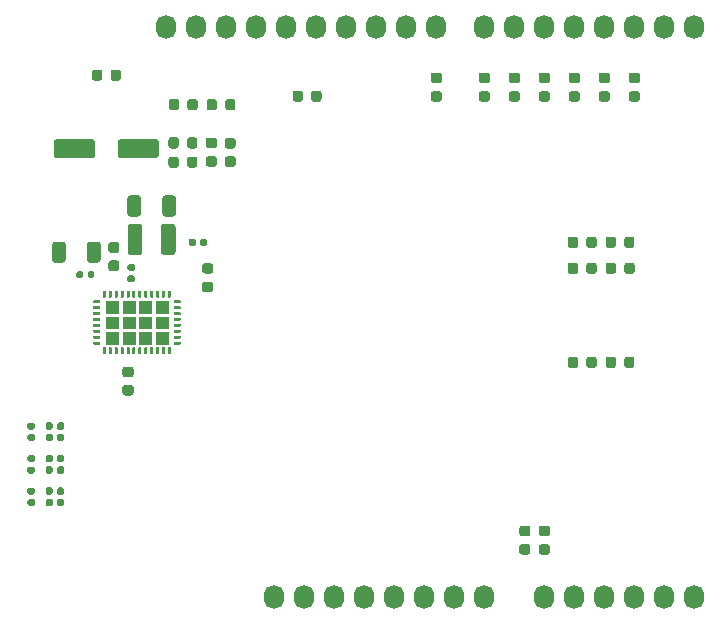
<source format=gbr>
%TF.GenerationSoftware,KiCad,Pcbnew,(5.1.9)-1*%
%TF.CreationDate,2021-05-10T14:35:49+02:00*%
%TF.ProjectId,Driverino-Shield,44726976-6572-4696-9e6f-2d536869656c,rev?*%
%TF.SameCoordinates,Original*%
%TF.FileFunction,Paste,Top*%
%TF.FilePolarity,Positive*%
%FSLAX46Y46*%
G04 Gerber Fmt 4.6, Leading zero omitted, Abs format (unit mm)*
G04 Created by KiCad (PCBNEW (5.1.9)-1) date 2021-05-10 14:35:49*
%MOMM*%
%LPD*%
G01*
G04 APERTURE LIST*
%ADD10C,0.100000*%
%ADD11O,1.727200X2.032000*%
G04 APERTURE END LIST*
D10*
%TO.C,U1*%
G36*
X124698000Y-101065000D02*
G01*
X124698000Y-100065000D01*
X125698000Y-100065000D01*
X125698000Y-101065000D01*
X124698000Y-101065000D01*
G37*
X124698000Y-101065000D02*
X124698000Y-100065000D01*
X125698000Y-100065000D01*
X125698000Y-101065000D01*
X124698000Y-101065000D01*
G36*
X124698000Y-99765000D02*
G01*
X124698000Y-98765000D01*
X125698000Y-98765000D01*
X125698000Y-99765000D01*
X124698000Y-99765000D01*
G37*
X124698000Y-99765000D02*
X124698000Y-98765000D01*
X125698000Y-98765000D01*
X125698000Y-99765000D01*
X124698000Y-99765000D01*
G36*
X124698000Y-102365000D02*
G01*
X124698000Y-101365000D01*
X125698000Y-101365000D01*
X125698000Y-102365000D01*
X124698000Y-102365000D01*
G37*
X124698000Y-102365000D02*
X124698000Y-101365000D01*
X125698000Y-101365000D01*
X125698000Y-102365000D01*
X124698000Y-102365000D01*
G36*
X126098000Y-99765000D02*
G01*
X126098000Y-98765000D01*
X127098000Y-98765000D01*
X127098000Y-99765000D01*
X126098000Y-99765000D01*
G37*
X126098000Y-99765000D02*
X126098000Y-98765000D01*
X127098000Y-98765000D01*
X127098000Y-99765000D01*
X126098000Y-99765000D01*
G36*
X126098000Y-101065000D02*
G01*
X126098000Y-100065000D01*
X127098000Y-100065000D01*
X127098000Y-101065000D01*
X126098000Y-101065000D01*
G37*
X126098000Y-101065000D02*
X126098000Y-100065000D01*
X127098000Y-100065000D01*
X127098000Y-101065000D01*
X126098000Y-101065000D01*
G36*
X126098000Y-102365000D02*
G01*
X126098000Y-101365000D01*
X127098000Y-101365000D01*
X127098000Y-102365000D01*
X126098000Y-102365000D01*
G37*
X126098000Y-102365000D02*
X126098000Y-101365000D01*
X127098000Y-101365000D01*
X127098000Y-102365000D01*
X126098000Y-102365000D01*
G36*
X127498000Y-99765000D02*
G01*
X127498000Y-98765000D01*
X128498000Y-98765000D01*
X128498000Y-99765000D01*
X127498000Y-99765000D01*
G37*
X127498000Y-99765000D02*
X127498000Y-98765000D01*
X128498000Y-98765000D01*
X128498000Y-99765000D01*
X127498000Y-99765000D01*
G36*
X127498000Y-101065000D02*
G01*
X127498000Y-100065000D01*
X128498000Y-100065000D01*
X128498000Y-101065000D01*
X127498000Y-101065000D01*
G37*
X127498000Y-101065000D02*
X127498000Y-100065000D01*
X128498000Y-100065000D01*
X128498000Y-101065000D01*
X127498000Y-101065000D01*
G36*
X127498000Y-102365000D02*
G01*
X127498000Y-101365000D01*
X128498000Y-101365000D01*
X128498000Y-102365000D01*
X127498000Y-102365000D01*
G37*
X127498000Y-102365000D02*
X127498000Y-101365000D01*
X128498000Y-101365000D01*
X128498000Y-102365000D01*
X127498000Y-102365000D01*
G36*
X128898000Y-102365000D02*
G01*
X128898000Y-101365000D01*
X129898000Y-101365000D01*
X129898000Y-102365000D01*
X128898000Y-102365000D01*
G37*
X128898000Y-102365000D02*
X128898000Y-101365000D01*
X129898000Y-101365000D01*
X129898000Y-102365000D01*
X128898000Y-102365000D01*
G36*
X128898000Y-99765000D02*
G01*
X128898000Y-98765000D01*
X129898000Y-98765000D01*
X129898000Y-99765000D01*
X128898000Y-99765000D01*
G37*
X128898000Y-99765000D02*
X128898000Y-98765000D01*
X129898000Y-98765000D01*
X129898000Y-99765000D01*
X128898000Y-99765000D01*
G36*
X128898000Y-101065000D02*
G01*
X128898000Y-100065000D01*
X129898000Y-100065000D01*
X129898000Y-101065000D01*
X128898000Y-101065000D01*
G37*
X128898000Y-101065000D02*
X128898000Y-100065000D01*
X129898000Y-100065000D01*
X129898000Y-101065000D01*
X128898000Y-101065000D01*
%TD*%
%TO.C,F1*%
G36*
G01*
X133241000Y-93614500D02*
X133241000Y-93959500D01*
G75*
G02*
X133093500Y-94107000I-147500J0D01*
G01*
X132798500Y-94107000D01*
G75*
G02*
X132651000Y-93959500I0J147500D01*
G01*
X132651000Y-93614500D01*
G75*
G02*
X132798500Y-93467000I147500J0D01*
G01*
X133093500Y-93467000D01*
G75*
G02*
X133241000Y-93614500I0J-147500D01*
G01*
G37*
G36*
G01*
X132271000Y-93614500D02*
X132271000Y-93959500D01*
G75*
G02*
X132123500Y-94107000I-147500J0D01*
G01*
X131828500Y-94107000D01*
G75*
G02*
X131681000Y-93959500I0J147500D01*
G01*
X131681000Y-93614500D01*
G75*
G02*
X131828500Y-93467000I147500J0D01*
G01*
X132123500Y-93467000D01*
G75*
G02*
X132271000Y-93614500I0J-147500D01*
G01*
G37*
%TD*%
%TO.C,R23*%
G36*
G01*
X120537500Y-115988500D02*
X120537500Y-115643500D01*
G75*
G02*
X120685000Y-115496000I147500J0D01*
G01*
X120980000Y-115496000D01*
G75*
G02*
X121127500Y-115643500I0J-147500D01*
G01*
X121127500Y-115988500D01*
G75*
G02*
X120980000Y-116136000I-147500J0D01*
G01*
X120685000Y-116136000D01*
G75*
G02*
X120537500Y-115988500I0J147500D01*
G01*
G37*
G36*
G01*
X119567500Y-115988500D02*
X119567500Y-115643500D01*
G75*
G02*
X119715000Y-115496000I147500J0D01*
G01*
X120010000Y-115496000D01*
G75*
G02*
X120157500Y-115643500I0J-147500D01*
G01*
X120157500Y-115988500D01*
G75*
G02*
X120010000Y-116136000I-147500J0D01*
G01*
X119715000Y-116136000D01*
G75*
G02*
X119567500Y-115988500I0J147500D01*
G01*
G37*
%TD*%
%TO.C,R22*%
G36*
G01*
X120537500Y-115018500D02*
X120537500Y-114673500D01*
G75*
G02*
X120685000Y-114526000I147500J0D01*
G01*
X120980000Y-114526000D01*
G75*
G02*
X121127500Y-114673500I0J-147500D01*
G01*
X121127500Y-115018500D01*
G75*
G02*
X120980000Y-115166000I-147500J0D01*
G01*
X120685000Y-115166000D01*
G75*
G02*
X120537500Y-115018500I0J147500D01*
G01*
G37*
G36*
G01*
X119567500Y-115018500D02*
X119567500Y-114673500D01*
G75*
G02*
X119715000Y-114526000I147500J0D01*
G01*
X120010000Y-114526000D01*
G75*
G02*
X120157500Y-114673500I0J-147500D01*
G01*
X120157500Y-115018500D01*
G75*
G02*
X120010000Y-115166000I-147500J0D01*
G01*
X119715000Y-115166000D01*
G75*
G02*
X119567500Y-115018500I0J147500D01*
G01*
G37*
%TD*%
%TO.C,U1*%
G36*
G01*
X129923000Y-98415000D02*
X129923000Y-97915000D01*
G75*
G02*
X129973000Y-97865000I50000J0D01*
G01*
X130123000Y-97865000D01*
G75*
G02*
X130173000Y-97915000I0J-50000D01*
G01*
X130173000Y-98415000D01*
G75*
G02*
X130123000Y-98465000I-50000J0D01*
G01*
X129973000Y-98465000D01*
G75*
G02*
X129923000Y-98415000I0J50000D01*
G01*
G37*
G36*
G01*
X129423000Y-98415000D02*
X129423000Y-97915000D01*
G75*
G02*
X129473000Y-97865000I50000J0D01*
G01*
X129623000Y-97865000D01*
G75*
G02*
X129673000Y-97915000I0J-50000D01*
G01*
X129673000Y-98415000D01*
G75*
G02*
X129623000Y-98465000I-50000J0D01*
G01*
X129473000Y-98465000D01*
G75*
G02*
X129423000Y-98415000I0J50000D01*
G01*
G37*
G36*
G01*
X128923000Y-98415000D02*
X128923000Y-97915000D01*
G75*
G02*
X128973000Y-97865000I50000J0D01*
G01*
X129123000Y-97865000D01*
G75*
G02*
X129173000Y-97915000I0J-50000D01*
G01*
X129173000Y-98415000D01*
G75*
G02*
X129123000Y-98465000I-50000J0D01*
G01*
X128973000Y-98465000D01*
G75*
G02*
X128923000Y-98415000I0J50000D01*
G01*
G37*
G36*
G01*
X128423000Y-98415000D02*
X128423000Y-97915000D01*
G75*
G02*
X128473000Y-97865000I50000J0D01*
G01*
X128623000Y-97865000D01*
G75*
G02*
X128673000Y-97915000I0J-50000D01*
G01*
X128673000Y-98415000D01*
G75*
G02*
X128623000Y-98465000I-50000J0D01*
G01*
X128473000Y-98465000D01*
G75*
G02*
X128423000Y-98415000I0J50000D01*
G01*
G37*
G36*
G01*
X127923000Y-98415000D02*
X127923000Y-97915000D01*
G75*
G02*
X127973000Y-97865000I50000J0D01*
G01*
X128123000Y-97865000D01*
G75*
G02*
X128173000Y-97915000I0J-50000D01*
G01*
X128173000Y-98415000D01*
G75*
G02*
X128123000Y-98465000I-50000J0D01*
G01*
X127973000Y-98465000D01*
G75*
G02*
X127923000Y-98415000I0J50000D01*
G01*
G37*
G36*
G01*
X127423000Y-98415000D02*
X127423000Y-97915000D01*
G75*
G02*
X127473000Y-97865000I50000J0D01*
G01*
X127623000Y-97865000D01*
G75*
G02*
X127673000Y-97915000I0J-50000D01*
G01*
X127673000Y-98415000D01*
G75*
G02*
X127623000Y-98465000I-50000J0D01*
G01*
X127473000Y-98465000D01*
G75*
G02*
X127423000Y-98415000I0J50000D01*
G01*
G37*
G36*
G01*
X126923000Y-98415000D02*
X126923000Y-97915000D01*
G75*
G02*
X126973000Y-97865000I50000J0D01*
G01*
X127123000Y-97865000D01*
G75*
G02*
X127173000Y-97915000I0J-50000D01*
G01*
X127173000Y-98415000D01*
G75*
G02*
X127123000Y-98465000I-50000J0D01*
G01*
X126973000Y-98465000D01*
G75*
G02*
X126923000Y-98415000I0J50000D01*
G01*
G37*
G36*
G01*
X126423000Y-98415000D02*
X126423000Y-97915000D01*
G75*
G02*
X126473000Y-97865000I50000J0D01*
G01*
X126623000Y-97865000D01*
G75*
G02*
X126673000Y-97915000I0J-50000D01*
G01*
X126673000Y-98415000D01*
G75*
G02*
X126623000Y-98465000I-50000J0D01*
G01*
X126473000Y-98465000D01*
G75*
G02*
X126423000Y-98415000I0J50000D01*
G01*
G37*
G36*
G01*
X125923000Y-98415000D02*
X125923000Y-97915000D01*
G75*
G02*
X125973000Y-97865000I50000J0D01*
G01*
X126123000Y-97865000D01*
G75*
G02*
X126173000Y-97915000I0J-50000D01*
G01*
X126173000Y-98415000D01*
G75*
G02*
X126123000Y-98465000I-50000J0D01*
G01*
X125973000Y-98465000D01*
G75*
G02*
X125923000Y-98415000I0J50000D01*
G01*
G37*
G36*
G01*
X125423000Y-98415000D02*
X125423000Y-97915000D01*
G75*
G02*
X125473000Y-97865000I50000J0D01*
G01*
X125623000Y-97865000D01*
G75*
G02*
X125673000Y-97915000I0J-50000D01*
G01*
X125673000Y-98415000D01*
G75*
G02*
X125623000Y-98465000I-50000J0D01*
G01*
X125473000Y-98465000D01*
G75*
G02*
X125423000Y-98415000I0J50000D01*
G01*
G37*
G36*
G01*
X124923000Y-98415000D02*
X124923000Y-97915000D01*
G75*
G02*
X124973000Y-97865000I50000J0D01*
G01*
X125123000Y-97865000D01*
G75*
G02*
X125173000Y-97915000I0J-50000D01*
G01*
X125173000Y-98415000D01*
G75*
G02*
X125123000Y-98465000I-50000J0D01*
G01*
X124973000Y-98465000D01*
G75*
G02*
X124923000Y-98415000I0J50000D01*
G01*
G37*
G36*
G01*
X124423000Y-98415000D02*
X124423000Y-97915000D01*
G75*
G02*
X124473000Y-97865000I50000J0D01*
G01*
X124623000Y-97865000D01*
G75*
G02*
X124673000Y-97915000I0J-50000D01*
G01*
X124673000Y-98415000D01*
G75*
G02*
X124623000Y-98465000I-50000J0D01*
G01*
X124473000Y-98465000D01*
G75*
G02*
X124423000Y-98415000I0J50000D01*
G01*
G37*
G36*
G01*
X124148000Y-98940000D02*
X123648000Y-98940000D01*
G75*
G02*
X123598000Y-98890000I0J50000D01*
G01*
X123598000Y-98740000D01*
G75*
G02*
X123648000Y-98690000I50000J0D01*
G01*
X124148000Y-98690000D01*
G75*
G02*
X124198000Y-98740000I0J-50000D01*
G01*
X124198000Y-98890000D01*
G75*
G02*
X124148000Y-98940000I-50000J0D01*
G01*
G37*
G36*
G01*
X124148000Y-99440000D02*
X123648000Y-99440000D01*
G75*
G02*
X123598000Y-99390000I0J50000D01*
G01*
X123598000Y-99240000D01*
G75*
G02*
X123648000Y-99190000I50000J0D01*
G01*
X124148000Y-99190000D01*
G75*
G02*
X124198000Y-99240000I0J-50000D01*
G01*
X124198000Y-99390000D01*
G75*
G02*
X124148000Y-99440000I-50000J0D01*
G01*
G37*
G36*
G01*
X124148000Y-99940000D02*
X123648000Y-99940000D01*
G75*
G02*
X123598000Y-99890000I0J50000D01*
G01*
X123598000Y-99740000D01*
G75*
G02*
X123648000Y-99690000I50000J0D01*
G01*
X124148000Y-99690000D01*
G75*
G02*
X124198000Y-99740000I0J-50000D01*
G01*
X124198000Y-99890000D01*
G75*
G02*
X124148000Y-99940000I-50000J0D01*
G01*
G37*
G36*
G01*
X124148000Y-100440000D02*
X123648000Y-100440000D01*
G75*
G02*
X123598000Y-100390000I0J50000D01*
G01*
X123598000Y-100240000D01*
G75*
G02*
X123648000Y-100190000I50000J0D01*
G01*
X124148000Y-100190000D01*
G75*
G02*
X124198000Y-100240000I0J-50000D01*
G01*
X124198000Y-100390000D01*
G75*
G02*
X124148000Y-100440000I-50000J0D01*
G01*
G37*
G36*
G01*
X124148000Y-100940000D02*
X123648000Y-100940000D01*
G75*
G02*
X123598000Y-100890000I0J50000D01*
G01*
X123598000Y-100740000D01*
G75*
G02*
X123648000Y-100690000I50000J0D01*
G01*
X124148000Y-100690000D01*
G75*
G02*
X124198000Y-100740000I0J-50000D01*
G01*
X124198000Y-100890000D01*
G75*
G02*
X124148000Y-100940000I-50000J0D01*
G01*
G37*
G36*
G01*
X124148000Y-101440000D02*
X123648000Y-101440000D01*
G75*
G02*
X123598000Y-101390000I0J50000D01*
G01*
X123598000Y-101240000D01*
G75*
G02*
X123648000Y-101190000I50000J0D01*
G01*
X124148000Y-101190000D01*
G75*
G02*
X124198000Y-101240000I0J-50000D01*
G01*
X124198000Y-101390000D01*
G75*
G02*
X124148000Y-101440000I-50000J0D01*
G01*
G37*
G36*
G01*
X124148000Y-101940000D02*
X123648000Y-101940000D01*
G75*
G02*
X123598000Y-101890000I0J50000D01*
G01*
X123598000Y-101740000D01*
G75*
G02*
X123648000Y-101690000I50000J0D01*
G01*
X124148000Y-101690000D01*
G75*
G02*
X124198000Y-101740000I0J-50000D01*
G01*
X124198000Y-101890000D01*
G75*
G02*
X124148000Y-101940000I-50000J0D01*
G01*
G37*
G36*
G01*
X124148000Y-102440000D02*
X123648000Y-102440000D01*
G75*
G02*
X123598000Y-102390000I0J50000D01*
G01*
X123598000Y-102240000D01*
G75*
G02*
X123648000Y-102190000I50000J0D01*
G01*
X124148000Y-102190000D01*
G75*
G02*
X124198000Y-102240000I0J-50000D01*
G01*
X124198000Y-102390000D01*
G75*
G02*
X124148000Y-102440000I-50000J0D01*
G01*
G37*
G36*
G01*
X124423000Y-103215000D02*
X124423000Y-102715000D01*
G75*
G02*
X124473000Y-102665000I50000J0D01*
G01*
X124623000Y-102665000D01*
G75*
G02*
X124673000Y-102715000I0J-50000D01*
G01*
X124673000Y-103215000D01*
G75*
G02*
X124623000Y-103265000I-50000J0D01*
G01*
X124473000Y-103265000D01*
G75*
G02*
X124423000Y-103215000I0J50000D01*
G01*
G37*
G36*
G01*
X124923000Y-103215000D02*
X124923000Y-102715000D01*
G75*
G02*
X124973000Y-102665000I50000J0D01*
G01*
X125123000Y-102665000D01*
G75*
G02*
X125173000Y-102715000I0J-50000D01*
G01*
X125173000Y-103215000D01*
G75*
G02*
X125123000Y-103265000I-50000J0D01*
G01*
X124973000Y-103265000D01*
G75*
G02*
X124923000Y-103215000I0J50000D01*
G01*
G37*
G36*
G01*
X125423000Y-103215000D02*
X125423000Y-102715000D01*
G75*
G02*
X125473000Y-102665000I50000J0D01*
G01*
X125623000Y-102665000D01*
G75*
G02*
X125673000Y-102715000I0J-50000D01*
G01*
X125673000Y-103215000D01*
G75*
G02*
X125623000Y-103265000I-50000J0D01*
G01*
X125473000Y-103265000D01*
G75*
G02*
X125423000Y-103215000I0J50000D01*
G01*
G37*
G36*
G01*
X125923000Y-103215000D02*
X125923000Y-102715000D01*
G75*
G02*
X125973000Y-102665000I50000J0D01*
G01*
X126123000Y-102665000D01*
G75*
G02*
X126173000Y-102715000I0J-50000D01*
G01*
X126173000Y-103215000D01*
G75*
G02*
X126123000Y-103265000I-50000J0D01*
G01*
X125973000Y-103265000D01*
G75*
G02*
X125923000Y-103215000I0J50000D01*
G01*
G37*
G36*
G01*
X126423000Y-103215000D02*
X126423000Y-102715000D01*
G75*
G02*
X126473000Y-102665000I50000J0D01*
G01*
X126623000Y-102665000D01*
G75*
G02*
X126673000Y-102715000I0J-50000D01*
G01*
X126673000Y-103215000D01*
G75*
G02*
X126623000Y-103265000I-50000J0D01*
G01*
X126473000Y-103265000D01*
G75*
G02*
X126423000Y-103215000I0J50000D01*
G01*
G37*
G36*
G01*
X126923000Y-103215000D02*
X126923000Y-102715000D01*
G75*
G02*
X126973000Y-102665000I50000J0D01*
G01*
X127123000Y-102665000D01*
G75*
G02*
X127173000Y-102715000I0J-50000D01*
G01*
X127173000Y-103215000D01*
G75*
G02*
X127123000Y-103265000I-50000J0D01*
G01*
X126973000Y-103265000D01*
G75*
G02*
X126923000Y-103215000I0J50000D01*
G01*
G37*
G36*
G01*
X127423000Y-103215000D02*
X127423000Y-102715000D01*
G75*
G02*
X127473000Y-102665000I50000J0D01*
G01*
X127623000Y-102665000D01*
G75*
G02*
X127673000Y-102715000I0J-50000D01*
G01*
X127673000Y-103215000D01*
G75*
G02*
X127623000Y-103265000I-50000J0D01*
G01*
X127473000Y-103265000D01*
G75*
G02*
X127423000Y-103215000I0J50000D01*
G01*
G37*
G36*
G01*
X127923000Y-103215000D02*
X127923000Y-102715000D01*
G75*
G02*
X127973000Y-102665000I50000J0D01*
G01*
X128123000Y-102665000D01*
G75*
G02*
X128173000Y-102715000I0J-50000D01*
G01*
X128173000Y-103215000D01*
G75*
G02*
X128123000Y-103265000I-50000J0D01*
G01*
X127973000Y-103265000D01*
G75*
G02*
X127923000Y-103215000I0J50000D01*
G01*
G37*
G36*
G01*
X128423000Y-103215000D02*
X128423000Y-102715000D01*
G75*
G02*
X128473000Y-102665000I50000J0D01*
G01*
X128623000Y-102665000D01*
G75*
G02*
X128673000Y-102715000I0J-50000D01*
G01*
X128673000Y-103215000D01*
G75*
G02*
X128623000Y-103265000I-50000J0D01*
G01*
X128473000Y-103265000D01*
G75*
G02*
X128423000Y-103215000I0J50000D01*
G01*
G37*
G36*
G01*
X128923000Y-103215000D02*
X128923000Y-102715000D01*
G75*
G02*
X128973000Y-102665000I50000J0D01*
G01*
X129123000Y-102665000D01*
G75*
G02*
X129173000Y-102715000I0J-50000D01*
G01*
X129173000Y-103215000D01*
G75*
G02*
X129123000Y-103265000I-50000J0D01*
G01*
X128973000Y-103265000D01*
G75*
G02*
X128923000Y-103215000I0J50000D01*
G01*
G37*
G36*
G01*
X129423000Y-103215000D02*
X129423000Y-102715000D01*
G75*
G02*
X129473000Y-102665000I50000J0D01*
G01*
X129623000Y-102665000D01*
G75*
G02*
X129673000Y-102715000I0J-50000D01*
G01*
X129673000Y-103215000D01*
G75*
G02*
X129623000Y-103265000I-50000J0D01*
G01*
X129473000Y-103265000D01*
G75*
G02*
X129423000Y-103215000I0J50000D01*
G01*
G37*
G36*
G01*
X129923000Y-103215000D02*
X129923000Y-102715000D01*
G75*
G02*
X129973000Y-102665000I50000J0D01*
G01*
X130123000Y-102665000D01*
G75*
G02*
X130173000Y-102715000I0J-50000D01*
G01*
X130173000Y-103215000D01*
G75*
G02*
X130123000Y-103265000I-50000J0D01*
G01*
X129973000Y-103265000D01*
G75*
G02*
X129923000Y-103215000I0J50000D01*
G01*
G37*
G36*
G01*
X130948000Y-102440000D02*
X130448000Y-102440000D01*
G75*
G02*
X130398000Y-102390000I0J50000D01*
G01*
X130398000Y-102240000D01*
G75*
G02*
X130448000Y-102190000I50000J0D01*
G01*
X130948000Y-102190000D01*
G75*
G02*
X130998000Y-102240000I0J-50000D01*
G01*
X130998000Y-102390000D01*
G75*
G02*
X130948000Y-102440000I-50000J0D01*
G01*
G37*
G36*
G01*
X130948000Y-101940000D02*
X130448000Y-101940000D01*
G75*
G02*
X130398000Y-101890000I0J50000D01*
G01*
X130398000Y-101740000D01*
G75*
G02*
X130448000Y-101690000I50000J0D01*
G01*
X130948000Y-101690000D01*
G75*
G02*
X130998000Y-101740000I0J-50000D01*
G01*
X130998000Y-101890000D01*
G75*
G02*
X130948000Y-101940000I-50000J0D01*
G01*
G37*
G36*
G01*
X130948000Y-101440000D02*
X130448000Y-101440000D01*
G75*
G02*
X130398000Y-101390000I0J50000D01*
G01*
X130398000Y-101240000D01*
G75*
G02*
X130448000Y-101190000I50000J0D01*
G01*
X130948000Y-101190000D01*
G75*
G02*
X130998000Y-101240000I0J-50000D01*
G01*
X130998000Y-101390000D01*
G75*
G02*
X130948000Y-101440000I-50000J0D01*
G01*
G37*
G36*
G01*
X130948000Y-100940000D02*
X130448000Y-100940000D01*
G75*
G02*
X130398000Y-100890000I0J50000D01*
G01*
X130398000Y-100740000D01*
G75*
G02*
X130448000Y-100690000I50000J0D01*
G01*
X130948000Y-100690000D01*
G75*
G02*
X130998000Y-100740000I0J-50000D01*
G01*
X130998000Y-100890000D01*
G75*
G02*
X130948000Y-100940000I-50000J0D01*
G01*
G37*
G36*
G01*
X130948000Y-100440000D02*
X130448000Y-100440000D01*
G75*
G02*
X130398000Y-100390000I0J50000D01*
G01*
X130398000Y-100240000D01*
G75*
G02*
X130448000Y-100190000I50000J0D01*
G01*
X130948000Y-100190000D01*
G75*
G02*
X130998000Y-100240000I0J-50000D01*
G01*
X130998000Y-100390000D01*
G75*
G02*
X130948000Y-100440000I-50000J0D01*
G01*
G37*
G36*
G01*
X130948000Y-99940000D02*
X130448000Y-99940000D01*
G75*
G02*
X130398000Y-99890000I0J50000D01*
G01*
X130398000Y-99740000D01*
G75*
G02*
X130448000Y-99690000I50000J0D01*
G01*
X130948000Y-99690000D01*
G75*
G02*
X130998000Y-99740000I0J-50000D01*
G01*
X130998000Y-99890000D01*
G75*
G02*
X130948000Y-99940000I-50000J0D01*
G01*
G37*
G36*
G01*
X130948000Y-99440000D02*
X130448000Y-99440000D01*
G75*
G02*
X130398000Y-99390000I0J50000D01*
G01*
X130398000Y-99240000D01*
G75*
G02*
X130448000Y-99190000I50000J0D01*
G01*
X130948000Y-99190000D01*
G75*
G02*
X130998000Y-99240000I0J-50000D01*
G01*
X130998000Y-99390000D01*
G75*
G02*
X130948000Y-99440000I-50000J0D01*
G01*
G37*
G36*
G01*
X130948000Y-98940000D02*
X130448000Y-98940000D01*
G75*
G02*
X130398000Y-98890000I0J50000D01*
G01*
X130398000Y-98740000D01*
G75*
G02*
X130448000Y-98690000I50000J0D01*
G01*
X130948000Y-98690000D01*
G75*
G02*
X130998000Y-98740000I0J-50000D01*
G01*
X130998000Y-98890000D01*
G75*
G02*
X130948000Y-98940000I-50000J0D01*
G01*
G37*
%TD*%
%TO.C,C3*%
G36*
G01*
X123074000Y-95265001D02*
X123074000Y-93964999D01*
G75*
G02*
X123323999Y-93715000I249999J0D01*
G01*
X123974001Y-93715000D01*
G75*
G02*
X124224000Y-93964999I0J-249999D01*
G01*
X124224000Y-95265001D01*
G75*
G02*
X123974001Y-95515000I-249999J0D01*
G01*
X123323999Y-95515000D01*
G75*
G02*
X123074000Y-95265001I0J249999D01*
G01*
G37*
G36*
G01*
X120124000Y-95265001D02*
X120124000Y-93964999D01*
G75*
G02*
X120373999Y-93715000I249999J0D01*
G01*
X121024001Y-93715000D01*
G75*
G02*
X121274000Y-93964999I0J-249999D01*
G01*
X121274000Y-95265001D01*
G75*
G02*
X121024001Y-95515000I-249999J0D01*
G01*
X120373999Y-95515000D01*
G75*
G02*
X120124000Y-95265001I0J249999D01*
G01*
G37*
%TD*%
%TO.C,C4*%
G36*
G01*
X123136000Y-96690000D02*
X123136000Y-96350000D01*
G75*
G02*
X123276000Y-96210000I140000J0D01*
G01*
X123556000Y-96210000D01*
G75*
G02*
X123696000Y-96350000I0J-140000D01*
G01*
X123696000Y-96690000D01*
G75*
G02*
X123556000Y-96830000I-140000J0D01*
G01*
X123276000Y-96830000D01*
G75*
G02*
X123136000Y-96690000I0J140000D01*
G01*
G37*
G36*
G01*
X122176000Y-96690000D02*
X122176000Y-96350000D01*
G75*
G02*
X122316000Y-96210000I140000J0D01*
G01*
X122596000Y-96210000D01*
G75*
G02*
X122736000Y-96350000I0J-140000D01*
G01*
X122736000Y-96690000D01*
G75*
G02*
X122596000Y-96830000I-140000J0D01*
G01*
X122316000Y-96830000D01*
G75*
G02*
X122176000Y-96690000I0J140000D01*
G01*
G37*
%TD*%
D11*
%TO.C,P3*%
X129794000Y-75565000D03*
X132334000Y-75565000D03*
X134874000Y-75565000D03*
X137414000Y-75565000D03*
X139954000Y-75565000D03*
X142494000Y-75565000D03*
X145034000Y-75565000D03*
X147574000Y-75565000D03*
X150114000Y-75565000D03*
X152654000Y-75565000D03*
%TD*%
%TO.C,P1*%
X138938000Y-123825000D03*
X141478000Y-123825000D03*
X144018000Y-123825000D03*
X146558000Y-123825000D03*
X149098000Y-123825000D03*
X151638000Y-123825000D03*
X154178000Y-123825000D03*
X156718000Y-123825000D03*
%TD*%
%TO.C,P2*%
X161798000Y-123825000D03*
X164338000Y-123825000D03*
X166878000Y-123825000D03*
X169418000Y-123825000D03*
X171958000Y-123825000D03*
X174498000Y-123825000D03*
%TD*%
%TO.C,P4*%
X156718000Y-75565000D03*
X159258000Y-75565000D03*
X161798000Y-75565000D03*
X164338000Y-75565000D03*
X166878000Y-75565000D03*
X169418000Y-75565000D03*
X171958000Y-75565000D03*
X174498000Y-75565000D03*
%TD*%
%TO.C,C6*%
G36*
G01*
X126982000Y-96203000D02*
X126637000Y-96203000D01*
G75*
G02*
X126489500Y-96055500I0J147500D01*
G01*
X126489500Y-95760500D01*
G75*
G02*
X126637000Y-95613000I147500J0D01*
G01*
X126982000Y-95613000D01*
G75*
G02*
X127129500Y-95760500I0J-147500D01*
G01*
X127129500Y-96055500D01*
G75*
G02*
X126982000Y-96203000I-147500J0D01*
G01*
G37*
G36*
G01*
X126982000Y-97173000D02*
X126637000Y-97173000D01*
G75*
G02*
X126489500Y-97025500I0J147500D01*
G01*
X126489500Y-96730500D01*
G75*
G02*
X126637000Y-96583000I147500J0D01*
G01*
X126982000Y-96583000D01*
G75*
G02*
X127129500Y-96730500I0J-147500D01*
G01*
X127129500Y-97025500D01*
G75*
G02*
X126982000Y-97173000I-147500J0D01*
G01*
G37*
%TD*%
%TO.C,C12*%
G36*
G01*
X118520000Y-115141000D02*
X118175000Y-115141000D01*
G75*
G02*
X118027500Y-114993500I0J147500D01*
G01*
X118027500Y-114698500D01*
G75*
G02*
X118175000Y-114551000I147500J0D01*
G01*
X118520000Y-114551000D01*
G75*
G02*
X118667500Y-114698500I0J-147500D01*
G01*
X118667500Y-114993500D01*
G75*
G02*
X118520000Y-115141000I-147500J0D01*
G01*
G37*
G36*
G01*
X118520000Y-116111000D02*
X118175000Y-116111000D01*
G75*
G02*
X118027500Y-115963500I0J147500D01*
G01*
X118027500Y-115668500D01*
G75*
G02*
X118175000Y-115521000I147500J0D01*
G01*
X118520000Y-115521000D01*
G75*
G02*
X118667500Y-115668500I0J-147500D01*
G01*
X118667500Y-115963500D01*
G75*
G02*
X118520000Y-116111000I-147500J0D01*
G01*
G37*
%TD*%
%TO.C,R21*%
G36*
G01*
X120537500Y-113234500D02*
X120537500Y-112889500D01*
G75*
G02*
X120685000Y-112742000I147500J0D01*
G01*
X120980000Y-112742000D01*
G75*
G02*
X121127500Y-112889500I0J-147500D01*
G01*
X121127500Y-113234500D01*
G75*
G02*
X120980000Y-113382000I-147500J0D01*
G01*
X120685000Y-113382000D01*
G75*
G02*
X120537500Y-113234500I0J147500D01*
G01*
G37*
G36*
G01*
X119567500Y-113234500D02*
X119567500Y-112889500D01*
G75*
G02*
X119715000Y-112742000I147500J0D01*
G01*
X120010000Y-112742000D01*
G75*
G02*
X120157500Y-112889500I0J-147500D01*
G01*
X120157500Y-113234500D01*
G75*
G02*
X120010000Y-113382000I-147500J0D01*
G01*
X119715000Y-113382000D01*
G75*
G02*
X119567500Y-113234500I0J147500D01*
G01*
G37*
%TD*%
%TO.C,R20*%
G36*
G01*
X120537500Y-112264500D02*
X120537500Y-111919500D01*
G75*
G02*
X120685000Y-111772000I147500J0D01*
G01*
X120980000Y-111772000D01*
G75*
G02*
X121127500Y-111919500I0J-147500D01*
G01*
X121127500Y-112264500D01*
G75*
G02*
X120980000Y-112412000I-147500J0D01*
G01*
X120685000Y-112412000D01*
G75*
G02*
X120537500Y-112264500I0J147500D01*
G01*
G37*
G36*
G01*
X119567500Y-112264500D02*
X119567500Y-111919500D01*
G75*
G02*
X119715000Y-111772000I147500J0D01*
G01*
X120010000Y-111772000D01*
G75*
G02*
X120157500Y-111919500I0J-147500D01*
G01*
X120157500Y-112264500D01*
G75*
G02*
X120010000Y-112412000I-147500J0D01*
G01*
X119715000Y-112412000D01*
G75*
G02*
X119567500Y-112264500I0J147500D01*
G01*
G37*
%TD*%
%TO.C,C11*%
G36*
G01*
X118520000Y-112387000D02*
X118175000Y-112387000D01*
G75*
G02*
X118027500Y-112239500I0J147500D01*
G01*
X118027500Y-111944500D01*
G75*
G02*
X118175000Y-111797000I147500J0D01*
G01*
X118520000Y-111797000D01*
G75*
G02*
X118667500Y-111944500I0J-147500D01*
G01*
X118667500Y-112239500D01*
G75*
G02*
X118520000Y-112387000I-147500J0D01*
G01*
G37*
G36*
G01*
X118520000Y-113357000D02*
X118175000Y-113357000D01*
G75*
G02*
X118027500Y-113209500I0J147500D01*
G01*
X118027500Y-112914500D01*
G75*
G02*
X118175000Y-112767000I147500J0D01*
G01*
X118520000Y-112767000D01*
G75*
G02*
X118667500Y-112914500I0J-147500D01*
G01*
X118667500Y-113209500D01*
G75*
G02*
X118520000Y-113357000I-147500J0D01*
G01*
G37*
%TD*%
%TO.C,R18*%
G36*
G01*
X120537500Y-109510500D02*
X120537500Y-109165500D01*
G75*
G02*
X120685000Y-109018000I147500J0D01*
G01*
X120980000Y-109018000D01*
G75*
G02*
X121127500Y-109165500I0J-147500D01*
G01*
X121127500Y-109510500D01*
G75*
G02*
X120980000Y-109658000I-147500J0D01*
G01*
X120685000Y-109658000D01*
G75*
G02*
X120537500Y-109510500I0J147500D01*
G01*
G37*
G36*
G01*
X119567500Y-109510500D02*
X119567500Y-109165500D01*
G75*
G02*
X119715000Y-109018000I147500J0D01*
G01*
X120010000Y-109018000D01*
G75*
G02*
X120157500Y-109165500I0J-147500D01*
G01*
X120157500Y-109510500D01*
G75*
G02*
X120010000Y-109658000I-147500J0D01*
G01*
X119715000Y-109658000D01*
G75*
G02*
X119567500Y-109510500I0J147500D01*
G01*
G37*
%TD*%
%TO.C,R19*%
G36*
G01*
X120537500Y-110480500D02*
X120537500Y-110135500D01*
G75*
G02*
X120685000Y-109988000I147500J0D01*
G01*
X120980000Y-109988000D01*
G75*
G02*
X121127500Y-110135500I0J-147500D01*
G01*
X121127500Y-110480500D01*
G75*
G02*
X120980000Y-110628000I-147500J0D01*
G01*
X120685000Y-110628000D01*
G75*
G02*
X120537500Y-110480500I0J147500D01*
G01*
G37*
G36*
G01*
X119567500Y-110480500D02*
X119567500Y-110135500D01*
G75*
G02*
X119715000Y-109988000I147500J0D01*
G01*
X120010000Y-109988000D01*
G75*
G02*
X120157500Y-110135500I0J-147500D01*
G01*
X120157500Y-110480500D01*
G75*
G02*
X120010000Y-110628000I-147500J0D01*
G01*
X119715000Y-110628000D01*
G75*
G02*
X119567500Y-110480500I0J147500D01*
G01*
G37*
%TD*%
%TO.C,C10*%
G36*
G01*
X118520000Y-109633000D02*
X118175000Y-109633000D01*
G75*
G02*
X118027500Y-109485500I0J147500D01*
G01*
X118027500Y-109190500D01*
G75*
G02*
X118175000Y-109043000I147500J0D01*
G01*
X118520000Y-109043000D01*
G75*
G02*
X118667500Y-109190500I0J-147500D01*
G01*
X118667500Y-109485500D01*
G75*
G02*
X118520000Y-109633000I-147500J0D01*
G01*
G37*
G36*
G01*
X118520000Y-110603000D02*
X118175000Y-110603000D01*
G75*
G02*
X118027500Y-110455500I0J147500D01*
G01*
X118027500Y-110160500D01*
G75*
G02*
X118175000Y-110013000I147500J0D01*
G01*
X118520000Y-110013000D01*
G75*
G02*
X118667500Y-110160500I0J-147500D01*
G01*
X118667500Y-110455500D01*
G75*
G02*
X118520000Y-110603000I-147500J0D01*
G01*
G37*
%TD*%
%TO.C,C1*%
G36*
G01*
X129449400Y-91353401D02*
X129449400Y-90053399D01*
G75*
G02*
X129699399Y-89803400I249999J0D01*
G01*
X130349401Y-89803400D01*
G75*
G02*
X130599400Y-90053399I0J-249999D01*
G01*
X130599400Y-91353401D01*
G75*
G02*
X130349401Y-91603400I-249999J0D01*
G01*
X129699399Y-91603400D01*
G75*
G02*
X129449400Y-91353401I0J249999D01*
G01*
G37*
G36*
G01*
X126499400Y-91353850D02*
X126499400Y-90052950D01*
G75*
G02*
X126748950Y-89803400I249550J0D01*
G01*
X127399850Y-89803400D01*
G75*
G02*
X127649400Y-90052950I0J-249550D01*
G01*
X127649400Y-91353850D01*
G75*
G02*
X127399850Y-91603400I-249550J0D01*
G01*
X126748950Y-91603400D01*
G75*
G02*
X126499400Y-91353850I0J249550D01*
G01*
G37*
%TD*%
%TO.C,C2*%
G36*
G01*
X123764000Y-85302000D02*
X123764000Y-86402000D01*
G75*
G02*
X123514000Y-86652000I-250000J0D01*
G01*
X120514000Y-86652000D01*
G75*
G02*
X120264000Y-86402000I0J250000D01*
G01*
X120264000Y-85302000D01*
G75*
G02*
X120514000Y-85052000I250000J0D01*
G01*
X123514000Y-85052000D01*
G75*
G02*
X123764000Y-85302000I0J-250000D01*
G01*
G37*
G36*
G01*
X129164000Y-85302000D02*
X129164000Y-86402000D01*
G75*
G02*
X128914000Y-86652000I-250000J0D01*
G01*
X125914000Y-86652000D01*
G75*
G02*
X125664000Y-86402000I0J250000D01*
G01*
X125664000Y-85302000D01*
G75*
G02*
X125914000Y-85052000I250000J0D01*
G01*
X128914000Y-85052000D01*
G75*
G02*
X129164000Y-85302000I0J-250000D01*
G01*
G37*
%TD*%
%TO.C,C5*%
G36*
G01*
X125599000Y-96221000D02*
X125099000Y-96221000D01*
G75*
G02*
X124874000Y-95996000I0J225000D01*
G01*
X124874000Y-95546000D01*
G75*
G02*
X125099000Y-95321000I225000J0D01*
G01*
X125599000Y-95321000D01*
G75*
G02*
X125824000Y-95546000I0J-225000D01*
G01*
X125824000Y-95996000D01*
G75*
G02*
X125599000Y-96221000I-225000J0D01*
G01*
G37*
G36*
G01*
X125599000Y-94671000D02*
X125099000Y-94671000D01*
G75*
G02*
X124874000Y-94446000I0J225000D01*
G01*
X124874000Y-93996000D01*
G75*
G02*
X125099000Y-93771000I225000J0D01*
G01*
X125599000Y-93771000D01*
G75*
G02*
X125824000Y-93996000I0J-225000D01*
G01*
X125824000Y-94446000D01*
G75*
G02*
X125599000Y-94671000I-225000J0D01*
G01*
G37*
%TD*%
%TO.C,C7*%
G36*
G01*
X126298000Y-105862000D02*
X126798000Y-105862000D01*
G75*
G02*
X127023000Y-106087000I0J-225000D01*
G01*
X127023000Y-106537000D01*
G75*
G02*
X126798000Y-106762000I-225000J0D01*
G01*
X126298000Y-106762000D01*
G75*
G02*
X126073000Y-106537000I0J225000D01*
G01*
X126073000Y-106087000D01*
G75*
G02*
X126298000Y-105862000I225000J0D01*
G01*
G37*
G36*
G01*
X126298000Y-104312000D02*
X126798000Y-104312000D01*
G75*
G02*
X127023000Y-104537000I0J-225000D01*
G01*
X127023000Y-104987000D01*
G75*
G02*
X126798000Y-105212000I-225000J0D01*
G01*
X126298000Y-105212000D01*
G75*
G02*
X126073000Y-104987000I0J225000D01*
G01*
X126073000Y-104537000D01*
G75*
G02*
X126298000Y-104312000I225000J0D01*
G01*
G37*
%TD*%
%TO.C,C8*%
G36*
G01*
X135441500Y-87394500D02*
X134941500Y-87394500D01*
G75*
G02*
X134716500Y-87169500I0J225000D01*
G01*
X134716500Y-86719500D01*
G75*
G02*
X134941500Y-86494500I225000J0D01*
G01*
X135441500Y-86494500D01*
G75*
G02*
X135666500Y-86719500I0J-225000D01*
G01*
X135666500Y-87169500D01*
G75*
G02*
X135441500Y-87394500I-225000J0D01*
G01*
G37*
G36*
G01*
X135441500Y-85844500D02*
X134941500Y-85844500D01*
G75*
G02*
X134716500Y-85619500I0J225000D01*
G01*
X134716500Y-85169500D01*
G75*
G02*
X134941500Y-84944500I225000J0D01*
G01*
X135441500Y-84944500D01*
G75*
G02*
X135666500Y-85169500I0J-225000D01*
G01*
X135666500Y-85619500D01*
G75*
G02*
X135441500Y-85844500I-225000J0D01*
G01*
G37*
%TD*%
%TO.C,C9*%
G36*
G01*
X160397000Y-120224000D02*
X159897000Y-120224000D01*
G75*
G02*
X159672000Y-119999000I0J225000D01*
G01*
X159672000Y-119549000D01*
G75*
G02*
X159897000Y-119324000I225000J0D01*
G01*
X160397000Y-119324000D01*
G75*
G02*
X160622000Y-119549000I0J-225000D01*
G01*
X160622000Y-119999000D01*
G75*
G02*
X160397000Y-120224000I-225000J0D01*
G01*
G37*
G36*
G01*
X160397000Y-118674000D02*
X159897000Y-118674000D01*
G75*
G02*
X159672000Y-118449000I0J225000D01*
G01*
X159672000Y-117999000D01*
G75*
G02*
X159897000Y-117774000I225000J0D01*
G01*
X160397000Y-117774000D01*
G75*
G02*
X160622000Y-117999000I0J-225000D01*
G01*
X160622000Y-118449000D01*
G75*
G02*
X160397000Y-118674000I-225000J0D01*
G01*
G37*
%TD*%
%TO.C,D1*%
G36*
G01*
X169436500Y-95730250D02*
X169436500Y-96242750D01*
G75*
G02*
X169217750Y-96461500I-218750J0D01*
G01*
X168780250Y-96461500D01*
G75*
G02*
X168561500Y-96242750I0J218750D01*
G01*
X168561500Y-95730250D01*
G75*
G02*
X168780250Y-95511500I218750J0D01*
G01*
X169217750Y-95511500D01*
G75*
G02*
X169436500Y-95730250I0J-218750D01*
G01*
G37*
G36*
G01*
X167861500Y-95730250D02*
X167861500Y-96242750D01*
G75*
G02*
X167642750Y-96461500I-218750J0D01*
G01*
X167205250Y-96461500D01*
G75*
G02*
X166986500Y-96242750I0J218750D01*
G01*
X166986500Y-95730250D01*
G75*
G02*
X167205250Y-95511500I218750J0D01*
G01*
X167642750Y-95511500D01*
G75*
G02*
X167861500Y-95730250I0J-218750D01*
G01*
G37*
%TD*%
%TO.C,D2*%
G36*
G01*
X167854000Y-93530750D02*
X167854000Y-94043250D01*
G75*
G02*
X167635250Y-94262000I-218750J0D01*
G01*
X167197750Y-94262000D01*
G75*
G02*
X166979000Y-94043250I0J218750D01*
G01*
X166979000Y-93530750D01*
G75*
G02*
X167197750Y-93312000I218750J0D01*
G01*
X167635250Y-93312000D01*
G75*
G02*
X167854000Y-93530750I0J-218750D01*
G01*
G37*
G36*
G01*
X169429000Y-93530750D02*
X169429000Y-94043250D01*
G75*
G02*
X169210250Y-94262000I-218750J0D01*
G01*
X168772750Y-94262000D01*
G75*
G02*
X168554000Y-94043250I0J218750D01*
G01*
X168554000Y-93530750D01*
G75*
G02*
X168772750Y-93312000I218750J0D01*
G01*
X169210250Y-93312000D01*
G75*
G02*
X169429000Y-93530750I0J-218750D01*
G01*
G37*
%TD*%
%TO.C,D3*%
G36*
G01*
X134072000Y-81868250D02*
X134072000Y-82380750D01*
G75*
G02*
X133853250Y-82599500I-218750J0D01*
G01*
X133415750Y-82599500D01*
G75*
G02*
X133197000Y-82380750I0J218750D01*
G01*
X133197000Y-81868250D01*
G75*
G02*
X133415750Y-81649500I218750J0D01*
G01*
X133853250Y-81649500D01*
G75*
G02*
X134072000Y-81868250I0J-218750D01*
G01*
G37*
G36*
G01*
X135647000Y-81868250D02*
X135647000Y-82380750D01*
G75*
G02*
X135428250Y-82599500I-218750J0D01*
G01*
X134990750Y-82599500D01*
G75*
G02*
X134772000Y-82380750I0J218750D01*
G01*
X134772000Y-81868250D01*
G75*
G02*
X134990750Y-81649500I218750J0D01*
G01*
X135428250Y-81649500D01*
G75*
G02*
X135647000Y-81868250I0J-218750D01*
G01*
G37*
%TD*%
%TO.C,D4*%
G36*
G01*
X169429000Y-103693250D02*
X169429000Y-104205750D01*
G75*
G02*
X169210250Y-104424500I-218750J0D01*
G01*
X168772750Y-104424500D01*
G75*
G02*
X168554000Y-104205750I0J218750D01*
G01*
X168554000Y-103693250D01*
G75*
G02*
X168772750Y-103474500I218750J0D01*
G01*
X169210250Y-103474500D01*
G75*
G02*
X169429000Y-103693250I0J-218750D01*
G01*
G37*
G36*
G01*
X167854000Y-103693250D02*
X167854000Y-104205750D01*
G75*
G02*
X167635250Y-104424500I-218750J0D01*
G01*
X167197750Y-104424500D01*
G75*
G02*
X166979000Y-104205750I0J218750D01*
G01*
X166979000Y-103693250D01*
G75*
G02*
X167197750Y-103474500I218750J0D01*
G01*
X167635250Y-103474500D01*
G75*
G02*
X167854000Y-103693250I0J-218750D01*
G01*
G37*
%TD*%
%TO.C,D5*%
G36*
G01*
X133860250Y-87377500D02*
X133347750Y-87377500D01*
G75*
G02*
X133129000Y-87158750I0J218750D01*
G01*
X133129000Y-86721250D01*
G75*
G02*
X133347750Y-86502500I218750J0D01*
G01*
X133860250Y-86502500D01*
G75*
G02*
X134079000Y-86721250I0J-218750D01*
G01*
X134079000Y-87158750D01*
G75*
G02*
X133860250Y-87377500I-218750J0D01*
G01*
G37*
G36*
G01*
X133860250Y-85802500D02*
X133347750Y-85802500D01*
G75*
G02*
X133129000Y-85583750I0J218750D01*
G01*
X133129000Y-85146250D01*
G75*
G02*
X133347750Y-84927500I218750J0D01*
G01*
X133860250Y-84927500D01*
G75*
G02*
X134079000Y-85146250I0J-218750D01*
G01*
X134079000Y-85583750D01*
G75*
G02*
X133860250Y-85802500I-218750J0D01*
G01*
G37*
%TD*%
%TO.C,L1*%
G36*
G01*
X130573000Y-92458000D02*
X130573000Y-94608000D01*
G75*
G02*
X130323000Y-94858000I-250000J0D01*
G01*
X129573000Y-94858000D01*
G75*
G02*
X129323000Y-94608000I0J250000D01*
G01*
X129323000Y-92458000D01*
G75*
G02*
X129573000Y-92208000I250000J0D01*
G01*
X130323000Y-92208000D01*
G75*
G02*
X130573000Y-92458000I0J-250000D01*
G01*
G37*
G36*
G01*
X127773000Y-92458000D02*
X127773000Y-94608000D01*
G75*
G02*
X127523000Y-94858000I-250000J0D01*
G01*
X126773000Y-94858000D01*
G75*
G02*
X126523000Y-94608000I0J250000D01*
G01*
X126523000Y-92458000D01*
G75*
G02*
X126773000Y-92208000I250000J0D01*
G01*
X127523000Y-92208000D01*
G75*
G02*
X127773000Y-92458000I0J-250000D01*
G01*
G37*
%TD*%
%TO.C,R1*%
G36*
G01*
X165348000Y-96242750D02*
X165348000Y-95730250D01*
G75*
G02*
X165566750Y-95511500I218750J0D01*
G01*
X166004250Y-95511500D01*
G75*
G02*
X166223000Y-95730250I0J-218750D01*
G01*
X166223000Y-96242750D01*
G75*
G02*
X166004250Y-96461500I-218750J0D01*
G01*
X165566750Y-96461500D01*
G75*
G02*
X165348000Y-96242750I0J218750D01*
G01*
G37*
G36*
G01*
X163773000Y-96242750D02*
X163773000Y-95730250D01*
G75*
G02*
X163991750Y-95511500I218750J0D01*
G01*
X164429250Y-95511500D01*
G75*
G02*
X164648000Y-95730250I0J-218750D01*
G01*
X164648000Y-96242750D01*
G75*
G02*
X164429250Y-96461500I-218750J0D01*
G01*
X163991750Y-96461500D01*
G75*
G02*
X163773000Y-96242750I0J218750D01*
G01*
G37*
%TD*%
%TO.C,R2*%
G36*
G01*
X133030250Y-95549000D02*
X133542750Y-95549000D01*
G75*
G02*
X133761500Y-95767750I0J-218750D01*
G01*
X133761500Y-96205250D01*
G75*
G02*
X133542750Y-96424000I-218750J0D01*
G01*
X133030250Y-96424000D01*
G75*
G02*
X132811500Y-96205250I0J218750D01*
G01*
X132811500Y-95767750D01*
G75*
G02*
X133030250Y-95549000I218750J0D01*
G01*
G37*
G36*
G01*
X133030250Y-97124000D02*
X133542750Y-97124000D01*
G75*
G02*
X133761500Y-97342750I0J-218750D01*
G01*
X133761500Y-97780250D01*
G75*
G02*
X133542750Y-97999000I-218750J0D01*
G01*
X133030250Y-97999000D01*
G75*
G02*
X132811500Y-97780250I0J218750D01*
G01*
X132811500Y-97342750D01*
G75*
G02*
X133030250Y-97124000I218750J0D01*
G01*
G37*
%TD*%
%TO.C,R3*%
G36*
G01*
X163773000Y-94043250D02*
X163773000Y-93530750D01*
G75*
G02*
X163991750Y-93312000I218750J0D01*
G01*
X164429250Y-93312000D01*
G75*
G02*
X164648000Y-93530750I0J-218750D01*
G01*
X164648000Y-94043250D01*
G75*
G02*
X164429250Y-94262000I-218750J0D01*
G01*
X163991750Y-94262000D01*
G75*
G02*
X163773000Y-94043250I0J218750D01*
G01*
G37*
G36*
G01*
X165348000Y-94043250D02*
X165348000Y-93530750D01*
G75*
G02*
X165566750Y-93312000I218750J0D01*
G01*
X166004250Y-93312000D01*
G75*
G02*
X166223000Y-93530750I0J-218750D01*
G01*
X166223000Y-94043250D01*
G75*
G02*
X166004250Y-94262000I-218750J0D01*
G01*
X165566750Y-94262000D01*
G75*
G02*
X165348000Y-94043250I0J218750D01*
G01*
G37*
%TD*%
%TO.C,R4*%
G36*
G01*
X131566000Y-82380750D02*
X131566000Y-81868250D01*
G75*
G02*
X131784750Y-81649500I218750J0D01*
G01*
X132222250Y-81649500D01*
G75*
G02*
X132441000Y-81868250I0J-218750D01*
G01*
X132441000Y-82380750D01*
G75*
G02*
X132222250Y-82599500I-218750J0D01*
G01*
X131784750Y-82599500D01*
G75*
G02*
X131566000Y-82380750I0J218750D01*
G01*
G37*
G36*
G01*
X129991000Y-82380750D02*
X129991000Y-81868250D01*
G75*
G02*
X130209750Y-81649500I218750J0D01*
G01*
X130647250Y-81649500D01*
G75*
G02*
X130866000Y-81868250I0J-218750D01*
G01*
X130866000Y-82380750D01*
G75*
G02*
X130647250Y-82599500I-218750J0D01*
G01*
X130209750Y-82599500D01*
G75*
G02*
X129991000Y-82380750I0J218750D01*
G01*
G37*
%TD*%
%TO.C,R5*%
G36*
G01*
X163773000Y-104205750D02*
X163773000Y-103693250D01*
G75*
G02*
X163991750Y-103474500I218750J0D01*
G01*
X164429250Y-103474500D01*
G75*
G02*
X164648000Y-103693250I0J-218750D01*
G01*
X164648000Y-104205750D01*
G75*
G02*
X164429250Y-104424500I-218750J0D01*
G01*
X163991750Y-104424500D01*
G75*
G02*
X163773000Y-104205750I0J218750D01*
G01*
G37*
G36*
G01*
X165348000Y-104205750D02*
X165348000Y-103693250D01*
G75*
G02*
X165566750Y-103474500I218750J0D01*
G01*
X166004250Y-103474500D01*
G75*
G02*
X166223000Y-103693250I0J-218750D01*
G01*
X166223000Y-104205750D01*
G75*
G02*
X166004250Y-104424500I-218750J0D01*
G01*
X165566750Y-104424500D01*
G75*
G02*
X165348000Y-104205750I0J218750D01*
G01*
G37*
%TD*%
%TO.C,R6*%
G36*
G01*
X140481500Y-81663250D02*
X140481500Y-81150750D01*
G75*
G02*
X140700250Y-80932000I218750J0D01*
G01*
X141137750Y-80932000D01*
G75*
G02*
X141356500Y-81150750I0J-218750D01*
G01*
X141356500Y-81663250D01*
G75*
G02*
X141137750Y-81882000I-218750J0D01*
G01*
X140700250Y-81882000D01*
G75*
G02*
X140481500Y-81663250I0J218750D01*
G01*
G37*
G36*
G01*
X142056500Y-81663250D02*
X142056500Y-81150750D01*
G75*
G02*
X142275250Y-80932000I218750J0D01*
G01*
X142712750Y-80932000D01*
G75*
G02*
X142931500Y-81150750I0J-218750D01*
G01*
X142931500Y-81663250D01*
G75*
G02*
X142712750Y-81882000I-218750J0D01*
G01*
X142275250Y-81882000D01*
G75*
G02*
X142056500Y-81663250I0J218750D01*
G01*
G37*
%TD*%
%TO.C,R7*%
G36*
G01*
X130838000Y-85108750D02*
X130838000Y-85621250D01*
G75*
G02*
X130619250Y-85840000I-218750J0D01*
G01*
X130181750Y-85840000D01*
G75*
G02*
X129963000Y-85621250I0J218750D01*
G01*
X129963000Y-85108750D01*
G75*
G02*
X130181750Y-84890000I218750J0D01*
G01*
X130619250Y-84890000D01*
G75*
G02*
X130838000Y-85108750I0J-218750D01*
G01*
G37*
G36*
G01*
X132413000Y-85108750D02*
X132413000Y-85621250D01*
G75*
G02*
X132194250Y-85840000I-218750J0D01*
G01*
X131756750Y-85840000D01*
G75*
G02*
X131538000Y-85621250I0J218750D01*
G01*
X131538000Y-85108750D01*
G75*
G02*
X131756750Y-84890000I218750J0D01*
G01*
X132194250Y-84890000D01*
G75*
G02*
X132413000Y-85108750I0J-218750D01*
G01*
G37*
%TD*%
%TO.C,R8*%
G36*
G01*
X132416000Y-86738750D02*
X132416000Y-87251250D01*
G75*
G02*
X132197250Y-87470000I-218750J0D01*
G01*
X131759750Y-87470000D01*
G75*
G02*
X131541000Y-87251250I0J218750D01*
G01*
X131541000Y-86738750D01*
G75*
G02*
X131759750Y-86520000I218750J0D01*
G01*
X132197250Y-86520000D01*
G75*
G02*
X132416000Y-86738750I0J-218750D01*
G01*
G37*
G36*
G01*
X130841000Y-86738750D02*
X130841000Y-87251250D01*
G75*
G02*
X130622250Y-87470000I-218750J0D01*
G01*
X130184750Y-87470000D01*
G75*
G02*
X129966000Y-87251250I0J218750D01*
G01*
X129966000Y-86738750D01*
G75*
G02*
X130184750Y-86520000I218750J0D01*
G01*
X130622250Y-86520000D01*
G75*
G02*
X130841000Y-86738750I0J-218750D01*
G01*
G37*
%TD*%
%TO.C,R9*%
G36*
G01*
X164081750Y-79420000D02*
X164594250Y-79420000D01*
G75*
G02*
X164813000Y-79638750I0J-218750D01*
G01*
X164813000Y-80076250D01*
G75*
G02*
X164594250Y-80295000I-218750J0D01*
G01*
X164081750Y-80295000D01*
G75*
G02*
X163863000Y-80076250I0J218750D01*
G01*
X163863000Y-79638750D01*
G75*
G02*
X164081750Y-79420000I218750J0D01*
G01*
G37*
G36*
G01*
X164081750Y-80995000D02*
X164594250Y-80995000D01*
G75*
G02*
X164813000Y-81213750I0J-218750D01*
G01*
X164813000Y-81651250D01*
G75*
G02*
X164594250Y-81870000I-218750J0D01*
G01*
X164081750Y-81870000D01*
G75*
G02*
X163863000Y-81651250I0J218750D01*
G01*
X163863000Y-81213750D01*
G75*
G02*
X164081750Y-80995000I218750J0D01*
G01*
G37*
%TD*%
%TO.C,R10*%
G36*
G01*
X156461750Y-80995000D02*
X156974250Y-80995000D01*
G75*
G02*
X157193000Y-81213750I0J-218750D01*
G01*
X157193000Y-81651250D01*
G75*
G02*
X156974250Y-81870000I-218750J0D01*
G01*
X156461750Y-81870000D01*
G75*
G02*
X156243000Y-81651250I0J218750D01*
G01*
X156243000Y-81213750D01*
G75*
G02*
X156461750Y-80995000I218750J0D01*
G01*
G37*
G36*
G01*
X156461750Y-79420000D02*
X156974250Y-79420000D01*
G75*
G02*
X157193000Y-79638750I0J-218750D01*
G01*
X157193000Y-80076250D01*
G75*
G02*
X156974250Y-80295000I-218750J0D01*
G01*
X156461750Y-80295000D01*
G75*
G02*
X156243000Y-80076250I0J218750D01*
G01*
X156243000Y-79638750D01*
G75*
G02*
X156461750Y-79420000I218750J0D01*
G01*
G37*
%TD*%
%TO.C,R11*%
G36*
G01*
X152397750Y-79420000D02*
X152910250Y-79420000D01*
G75*
G02*
X153129000Y-79638750I0J-218750D01*
G01*
X153129000Y-80076250D01*
G75*
G02*
X152910250Y-80295000I-218750J0D01*
G01*
X152397750Y-80295000D01*
G75*
G02*
X152179000Y-80076250I0J218750D01*
G01*
X152179000Y-79638750D01*
G75*
G02*
X152397750Y-79420000I218750J0D01*
G01*
G37*
G36*
G01*
X152397750Y-80995000D02*
X152910250Y-80995000D01*
G75*
G02*
X153129000Y-81213750I0J-218750D01*
G01*
X153129000Y-81651250D01*
G75*
G02*
X152910250Y-81870000I-218750J0D01*
G01*
X152397750Y-81870000D01*
G75*
G02*
X152179000Y-81651250I0J218750D01*
G01*
X152179000Y-81213750D01*
G75*
G02*
X152397750Y-80995000I218750J0D01*
G01*
G37*
%TD*%
%TO.C,R12*%
G36*
G01*
X159001750Y-80995000D02*
X159514250Y-80995000D01*
G75*
G02*
X159733000Y-81213750I0J-218750D01*
G01*
X159733000Y-81651250D01*
G75*
G02*
X159514250Y-81870000I-218750J0D01*
G01*
X159001750Y-81870000D01*
G75*
G02*
X158783000Y-81651250I0J218750D01*
G01*
X158783000Y-81213750D01*
G75*
G02*
X159001750Y-80995000I218750J0D01*
G01*
G37*
G36*
G01*
X159001750Y-79420000D02*
X159514250Y-79420000D01*
G75*
G02*
X159733000Y-79638750I0J-218750D01*
G01*
X159733000Y-80076250D01*
G75*
G02*
X159514250Y-80295000I-218750J0D01*
G01*
X159001750Y-80295000D01*
G75*
G02*
X158783000Y-80076250I0J218750D01*
G01*
X158783000Y-79638750D01*
G75*
G02*
X159001750Y-79420000I218750J0D01*
G01*
G37*
%TD*%
%TO.C,R13*%
G36*
G01*
X161541750Y-117774000D02*
X162054250Y-117774000D01*
G75*
G02*
X162273000Y-117992750I0J-218750D01*
G01*
X162273000Y-118430250D01*
G75*
G02*
X162054250Y-118649000I-218750J0D01*
G01*
X161541750Y-118649000D01*
G75*
G02*
X161323000Y-118430250I0J218750D01*
G01*
X161323000Y-117992750D01*
G75*
G02*
X161541750Y-117774000I218750J0D01*
G01*
G37*
G36*
G01*
X161541750Y-119349000D02*
X162054250Y-119349000D01*
G75*
G02*
X162273000Y-119567750I0J-218750D01*
G01*
X162273000Y-120005250D01*
G75*
G02*
X162054250Y-120224000I-218750J0D01*
G01*
X161541750Y-120224000D01*
G75*
G02*
X161323000Y-120005250I0J218750D01*
G01*
X161323000Y-119567750D01*
G75*
G02*
X161541750Y-119349000I218750J0D01*
G01*
G37*
%TD*%
%TO.C,R14*%
G36*
G01*
X166621750Y-80995000D02*
X167134250Y-80995000D01*
G75*
G02*
X167353000Y-81213750I0J-218750D01*
G01*
X167353000Y-81651250D01*
G75*
G02*
X167134250Y-81870000I-218750J0D01*
G01*
X166621750Y-81870000D01*
G75*
G02*
X166403000Y-81651250I0J218750D01*
G01*
X166403000Y-81213750D01*
G75*
G02*
X166621750Y-80995000I218750J0D01*
G01*
G37*
G36*
G01*
X166621750Y-79420000D02*
X167134250Y-79420000D01*
G75*
G02*
X167353000Y-79638750I0J-218750D01*
G01*
X167353000Y-80076250D01*
G75*
G02*
X167134250Y-80295000I-218750J0D01*
G01*
X166621750Y-80295000D01*
G75*
G02*
X166403000Y-80076250I0J218750D01*
G01*
X166403000Y-79638750D01*
G75*
G02*
X166621750Y-79420000I218750J0D01*
G01*
G37*
%TD*%
%TO.C,R15*%
G36*
G01*
X169161750Y-80995000D02*
X169674250Y-80995000D01*
G75*
G02*
X169893000Y-81213750I0J-218750D01*
G01*
X169893000Y-81651250D01*
G75*
G02*
X169674250Y-81870000I-218750J0D01*
G01*
X169161750Y-81870000D01*
G75*
G02*
X168943000Y-81651250I0J218750D01*
G01*
X168943000Y-81213750D01*
G75*
G02*
X169161750Y-80995000I218750J0D01*
G01*
G37*
G36*
G01*
X169161750Y-79420000D02*
X169674250Y-79420000D01*
G75*
G02*
X169893000Y-79638750I0J-218750D01*
G01*
X169893000Y-80076250D01*
G75*
G02*
X169674250Y-80295000I-218750J0D01*
G01*
X169161750Y-80295000D01*
G75*
G02*
X168943000Y-80076250I0J218750D01*
G01*
X168943000Y-79638750D01*
G75*
G02*
X169161750Y-79420000I218750J0D01*
G01*
G37*
%TD*%
%TO.C,R16*%
G36*
G01*
X161541750Y-79420000D02*
X162054250Y-79420000D01*
G75*
G02*
X162273000Y-79638750I0J-218750D01*
G01*
X162273000Y-80076250D01*
G75*
G02*
X162054250Y-80295000I-218750J0D01*
G01*
X161541750Y-80295000D01*
G75*
G02*
X161323000Y-80076250I0J218750D01*
G01*
X161323000Y-79638750D01*
G75*
G02*
X161541750Y-79420000I218750J0D01*
G01*
G37*
G36*
G01*
X161541750Y-80995000D02*
X162054250Y-80995000D01*
G75*
G02*
X162273000Y-81213750I0J-218750D01*
G01*
X162273000Y-81651250D01*
G75*
G02*
X162054250Y-81870000I-218750J0D01*
G01*
X161541750Y-81870000D01*
G75*
G02*
X161323000Y-81651250I0J218750D01*
G01*
X161323000Y-81213750D01*
G75*
G02*
X161541750Y-80995000I218750J0D01*
G01*
G37*
%TD*%
%TO.C,R17*%
G36*
G01*
X125064000Y-79885250D02*
X125064000Y-79372750D01*
G75*
G02*
X125282750Y-79154000I218750J0D01*
G01*
X125720250Y-79154000D01*
G75*
G02*
X125939000Y-79372750I0J-218750D01*
G01*
X125939000Y-79885250D01*
G75*
G02*
X125720250Y-80104000I-218750J0D01*
G01*
X125282750Y-80104000D01*
G75*
G02*
X125064000Y-79885250I0J218750D01*
G01*
G37*
G36*
G01*
X123489000Y-79885250D02*
X123489000Y-79372750D01*
G75*
G02*
X123707750Y-79154000I218750J0D01*
G01*
X124145250Y-79154000D01*
G75*
G02*
X124364000Y-79372750I0J-218750D01*
G01*
X124364000Y-79885250D01*
G75*
G02*
X124145250Y-80104000I-218750J0D01*
G01*
X123707750Y-80104000D01*
G75*
G02*
X123489000Y-79885250I0J218750D01*
G01*
G37*
%TD*%
M02*

</source>
